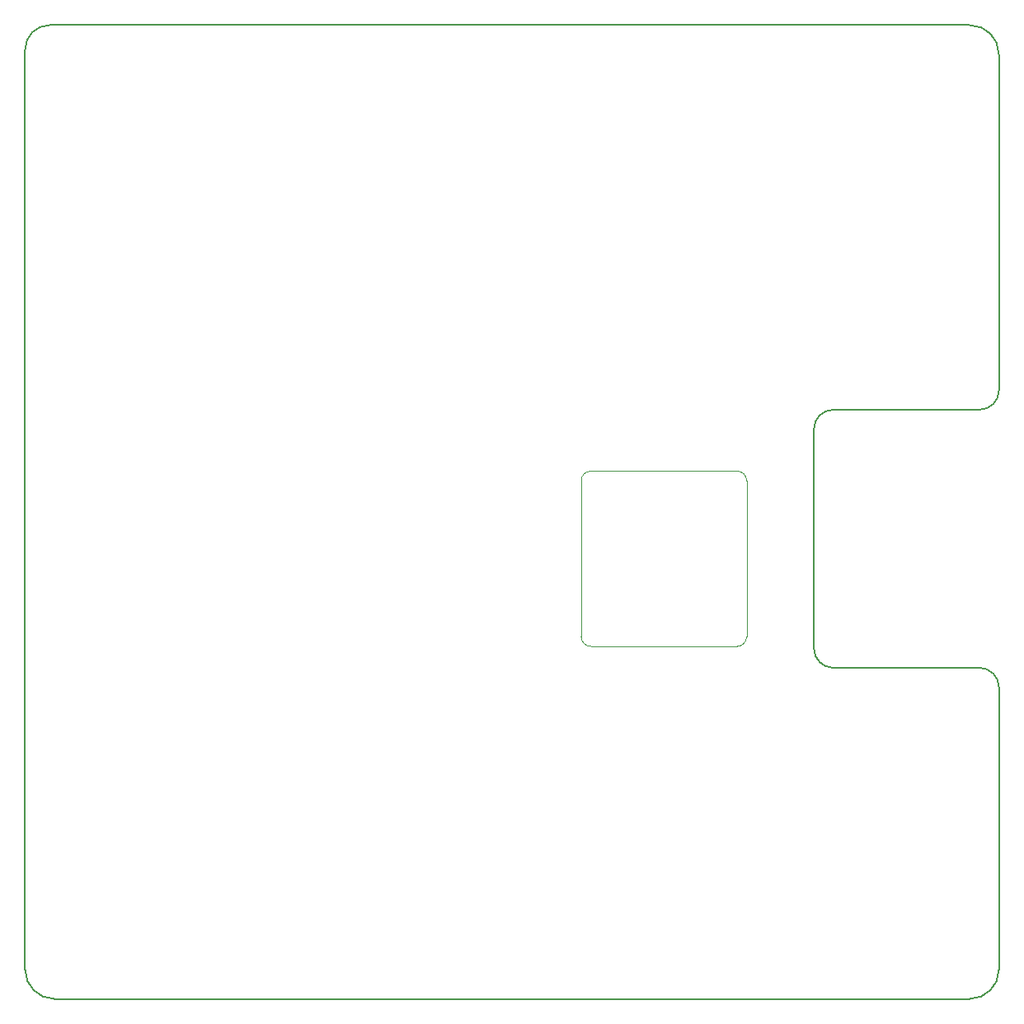
<source format=gbr>
G04 #@! TF.GenerationSoftware,KiCad,Pcbnew,5.1.2-f72e74a~84~ubuntu18.04.1*
G04 #@! TF.CreationDate,2019-06-18T18:41:53+08:00*
G04 #@! TF.ProjectId,printer-board,7072696e-7465-4722-9d62-6f6172642e6b,rev?*
G04 #@! TF.SameCoordinates,Original*
G04 #@! TF.FileFunction,Profile,NP*
%FSLAX46Y46*%
G04 Gerber Fmt 4.6, Leading zero omitted, Abs format (unit mm)*
G04 Created by KiCad (PCBNEW 5.1.2-f72e74a~84~ubuntu18.04.1) date 2019-06-18 18:41:53*
%MOMM*%
%LPD*%
G04 APERTURE LIST*
%ADD10C,0.150000*%
%ADD11C,0.100000*%
G04 APERTURE END LIST*
D10*
X81000000Y-41500000D02*
X81000000Y-64000000D01*
X83000000Y-39500000D02*
X98000000Y-39499999D01*
X80999999Y-41500001D02*
G75*
G02X83000000Y-39500000I2000001J0D01*
G01*
X83000000Y-65999999D02*
X98000000Y-66000000D01*
X83000000Y-65999999D02*
G75*
G02X80999999Y-63999998I0J2000001D01*
G01*
X100000001Y-68000000D02*
X100000001Y-97000000D01*
X98000000Y-65999999D02*
G75*
G02X100000001Y-68000000I0J-2000001D01*
G01*
X100000000Y-37500000D02*
G75*
G02X98000000Y-39500000I-2000000J0D01*
G01*
X97000000Y0D02*
G75*
G02X100000000Y-3000000I0J-3000000D01*
G01*
D11*
X74100000Y-62800000D02*
G75*
G02X73100000Y-63800000I-1000000J0D01*
G01*
X58100000Y-63800000D02*
G75*
G02X57100000Y-62800000I0J1000000D01*
G01*
X57100000Y-46800000D02*
G75*
G02X58100000Y-45800000I1000000J0D01*
G01*
X73100000Y-45800000D02*
G75*
G02X74100000Y-46800000I0J-1000000D01*
G01*
X57100000Y-62800000D02*
X57100000Y-46800000D01*
X73100000Y-63800000D02*
X58100000Y-63800000D01*
X74100000Y-46800000D02*
X74100000Y-62800000D01*
X58100000Y-45800000D02*
X73100000Y-45800000D01*
D10*
X100000000Y-97000000D02*
G75*
G02X97000000Y-100000000I-3000000J0D01*
G01*
X3000000Y-100000000D02*
G75*
G02X0Y-97000000I0J3000000D01*
G01*
X100000000Y-37500000D02*
X100000000Y-3000000D01*
X3000000Y-100000000D02*
X97000000Y-100000000D01*
X0Y-2500000D02*
G75*
G02X2500000Y0I2500000J0D01*
G01*
X97000000Y0D02*
X2500000Y0D01*
X0Y-2500000D02*
X0Y-97000000D01*
M02*

</source>
